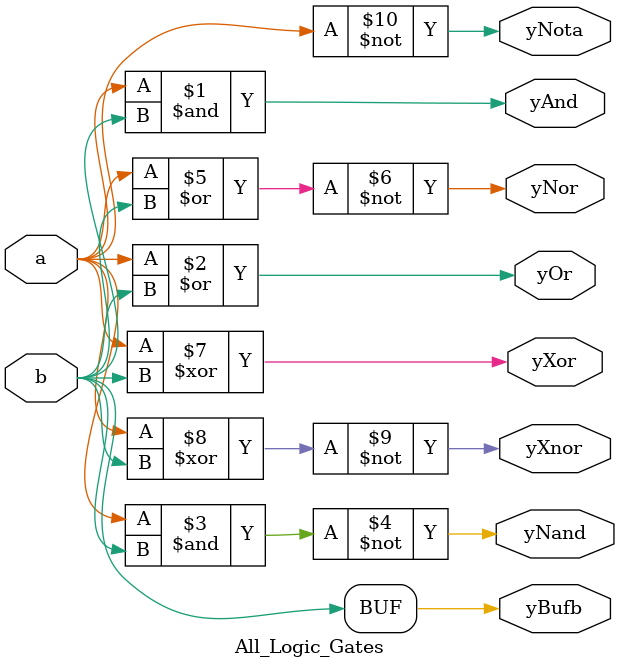
<source format=v>
module All_Logic_Gates(
    input a, b,
    output yNota, yBufb, yAnd, yOr, yNand, yNor, yXor, yXnor
    );

    not(yNota, a);
    buf(yBufb, b);
    and(yAnd, a, b);
    or(yOr, a, b);
    nand(yNand, a, b);
    nor(yNor, a, b);
    xor(yXor, a, b);
    xnor(yXnor, a, b);
    
endmodule
</source>
